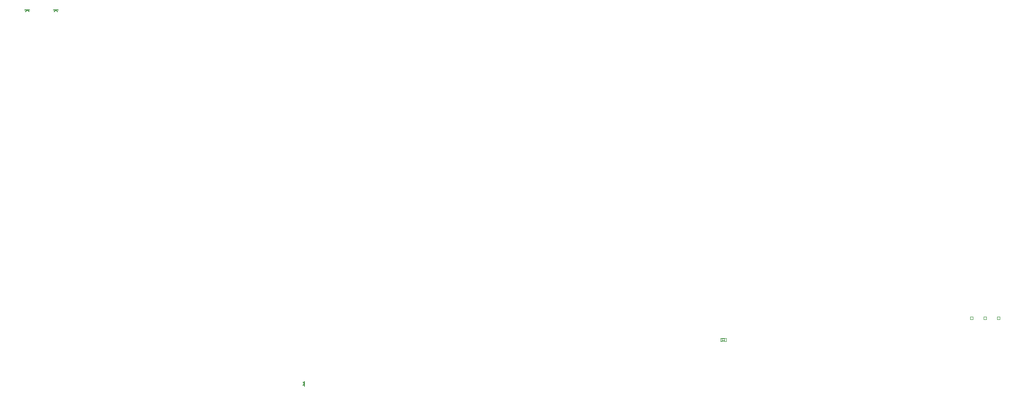
<source format=gbr>
G04 #@! TF.FileFunction,Drawing*
%FSLAX46Y46*%
G04 Gerber Fmt 4.6, Leading zero omitted, Abs format (unit mm)*
G04 Created by KiCad (PCBNEW 4.0.6) date 03/02/20 07:40:08*
%MOMM*%
%LPD*%
G01*
G04 APERTURE LIST*
%ADD10C,0.100000*%
%ADD11C,0.127000*%
%ADD12C,0.066040*%
%ADD13C,0.152400*%
G04 APERTURE END LIST*
D10*
D11*
X81970880Y-119438020D02*
X81970880Y-119913000D01*
X81970880Y-119913000D02*
X81970880Y-120387980D01*
X81970880Y-119913000D02*
X81655920Y-119595500D01*
X81970880Y-119913000D02*
X81655920Y-120230500D01*
D12*
X161581720Y-111937800D02*
X161282000Y-111937800D01*
X161282000Y-111937800D02*
X161282000Y-111328200D01*
X161581720Y-111328200D02*
X161282000Y-111328200D01*
X161581720Y-111937800D02*
X161581720Y-111328200D01*
X160771460Y-111937800D02*
X160469200Y-111937800D01*
X160469200Y-111937800D02*
X160469200Y-111328200D01*
X160771460Y-111328200D02*
X160469200Y-111328200D01*
X160771460Y-111937800D02*
X160771460Y-111328200D01*
D13*
X161297240Y-111404400D02*
X160758760Y-111404400D01*
X160758760Y-111861600D02*
X161297240Y-111861600D01*
D11*
X29116020Y-49245520D02*
X29591000Y-49245520D01*
X29591000Y-49245520D02*
X30065980Y-49245520D01*
X29591000Y-49245520D02*
X29273500Y-49560480D01*
X29591000Y-49245520D02*
X29908500Y-49560480D01*
X34513520Y-49245520D02*
X34988500Y-49245520D01*
X34988500Y-49245520D02*
X35463480Y-49245520D01*
X34988500Y-49245520D02*
X34671000Y-49560480D01*
X34988500Y-49245520D02*
X35306000Y-49560480D01*
D12*
X212715000Y-107737000D02*
X213223000Y-107737000D01*
X213223000Y-107737000D02*
X213223000Y-107229000D01*
X212715000Y-107229000D02*
X213223000Y-107229000D01*
X212715000Y-107737000D02*
X212715000Y-107229000D01*
X210175000Y-107737000D02*
X210683000Y-107737000D01*
X210683000Y-107737000D02*
X210683000Y-107229000D01*
X210175000Y-107229000D02*
X210683000Y-107229000D01*
X210175000Y-107737000D02*
X210175000Y-107229000D01*
X207635000Y-107737000D02*
X208143000Y-107737000D01*
X208143000Y-107737000D02*
X208143000Y-107229000D01*
X207635000Y-107229000D02*
X208143000Y-107229000D01*
X207635000Y-107737000D02*
X207635000Y-107229000D01*
M02*

</source>
